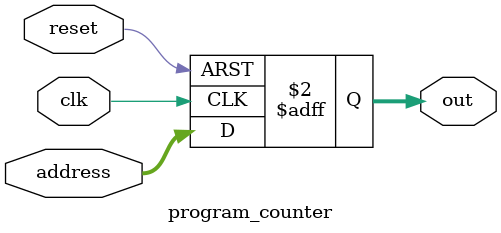
<source format=v>
`timescale 1ns / 1ps
/* 
    * Assignment - 6
    * Problem - 3
    * Semester - 5 (Autumn)
    * Group - 56
    * Group members - Utsav Mehta (20CS10069) and Vibhu (20CS10072)
*/
module program_counter(clk, reset, address, out);

    input clk, reset;
    input [31:0] address;
    output reg [31:0] out;
    
    always @(posedge clk or posedge reset) begin
        if (reset) begin
            out <= -32'b00;
        end
        else begin
            out <= address;
        end
    end        

endmodule



</source>
